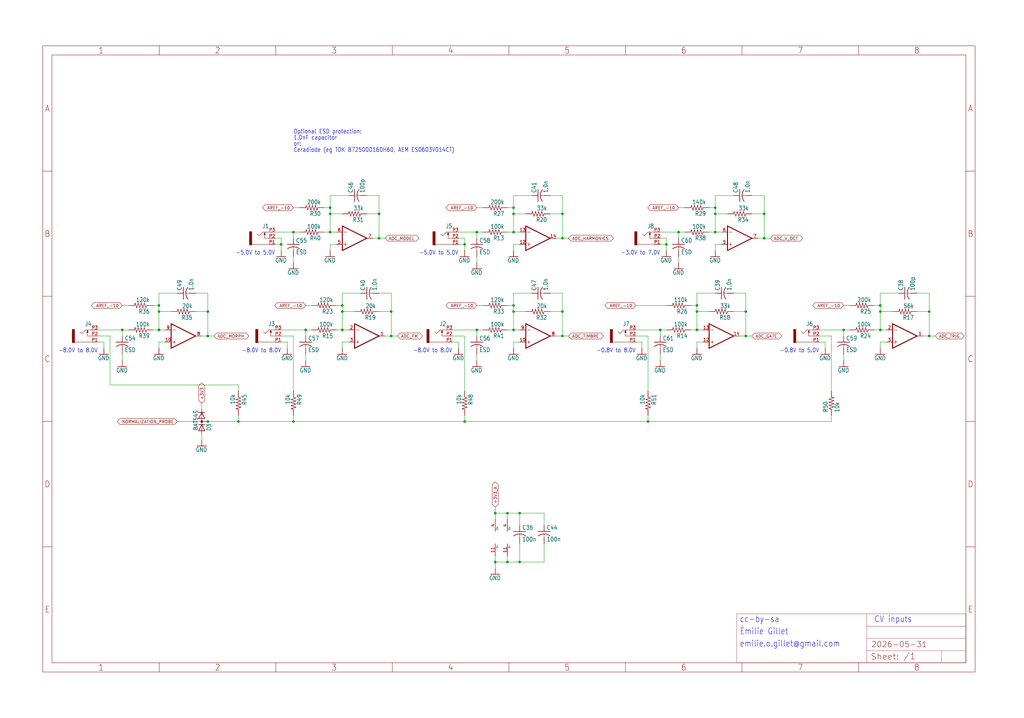
<source format=kicad_sch>
(kicad_sch (version 20230121) (generator eeschema)
  (paper "User" 425.45 298.45)
  (junction (at 213.36 129.54))
  (junction (at 213.36 137.16))
  (junction (at 213.36 127))
  (junction (at 162.56 139.7))
  (junction (at 215.9 233.68))
  (junction (at 157.48 99.06))
  (junction (at 233.68 129.54))
  (junction (at 210.82 233.68))
  (junction (at 142.24 127))
  (junction (at 86.36 175.26))
  (junction (at 66.04 137.16))
  (junction (at 137.16 88.9))
  (junction (at 289.56 127))
  (junction (at 276.86 101.6))
  (junction (at 137.16 86.36))
  (junction (at 233.68 139.7))
  (junction (at 50.8 137.16))
  (junction (at 281.94 96.52))
  (junction (at 309.88 139.7))
  (junction (at 137.16 96.52))
  (junction (at 233.68 99.06))
  (junction (at 157.48 88.9))
  (junction (at 386.08 129.54))
  (junction (at 121.92 96.52))
  (junction (at 297.18 96.52))
  (junction (at 193.04 175.26))
  (junction (at 99.06 175.26))
  (junction (at 86.36 139.7))
  (junction (at 213.36 86.36))
  (junction (at 121.92 175.26))
  (junction (at 365.76 129.54))
  (junction (at 142.24 137.16))
  (junction (at 350.52 137.16))
  (junction (at 213.36 88.9))
  (junction (at 289.56 137.16))
  (junction (at 210.82 213.36))
  (junction (at 162.56 129.54))
  (junction (at 215.9 213.36))
  (junction (at 365.76 137.16))
  (junction (at 86.36 129.54))
  (junction (at 317.5 99.06))
  (junction (at 66.04 129.54))
  (junction (at 213.36 96.52))
  (junction (at 127 137.16))
  (junction (at 309.88 129.54))
  (junction (at 233.68 88.9))
  (junction (at 289.56 129.54))
  (junction (at 116.84 101.6))
  (junction (at 386.08 139.7))
  (junction (at 142.24 129.54))
  (junction (at 269.24 175.26))
  (junction (at 297.18 88.9))
  (junction (at 205.74 233.68))
  (junction (at 365.76 127))
  (junction (at 193.04 101.6))
  (junction (at 297.18 86.36))
  (junction (at 317.5 88.9))
  (junction (at 198.12 96.52))
  (junction (at 274.32 137.16))
  (junction (at 198.12 137.16))
  (junction (at 205.74 213.36))
  (junction (at 66.04 127))
  (wire (pts (xy 162.56 129.54) (xy 162.56 139.7)) (stroke (width 0.1524)))
  (wire (pts (xy 317.5 88.9) (xy 317.5 99.06)) (stroke (width 0.1524)))
  (wire (pts (xy 198.12 99.06) (xy 198.12 96.52)) (stroke (width 0.1524)))
  (wire (pts (xy 317.5 99.06) (xy 314.96 99.06)) (stroke (width 0.1524)))
  (wire (pts (xy 228.6 129.54) (xy 233.68 129.54)) (stroke (width 0.1524)))
  (wire (pts (xy 317.5 81.28) (xy 317.5 88.9)) (stroke (width 0.1524)))
  (wire (pts (xy 289.56 142.24) (xy 289.56 144.78)) (stroke (width 0.1524)))
  (wire (pts (xy 312.42 88.9) (xy 317.5 88.9)) (stroke (width 0.1524)))
  (wire (pts (xy 386.08 139.7) (xy 388.62 139.7)) (stroke (width 0.1524)))
  (wire (pts (xy 213.36 96.52) (xy 215.9 96.52)) (stroke (width 0.1524)))
  (wire (pts (xy 274.32 137.16) (xy 274.32 139.7)) (stroke (width 0.1524)))
  (wire (pts (xy 365.76 129.54) (xy 365.76 137.16)) (stroke (width 0.1524)))
  (wire (pts (xy 121.92 99.06) (xy 121.92 96.52)) (stroke (width 0.1524)))
  (wire (pts (xy 304.8 121.92) (xy 309.88 121.92)) (stroke (width 0.1524)))
  (wire (pts (xy 287.02 127) (xy 289.56 127)) (stroke (width 0.1524)))
  (wire (pts (xy 274.32 137.16) (xy 276.86 137.16)) (stroke (width 0.1524)))
  (wire (pts (xy 86.36 139.7) (xy 88.9 139.7)) (stroke (width 0.1524)))
  (wire (pts (xy 342.9 142.24) (xy 342.9 144.78)) (stroke (width 0.1524)))
  (wire (pts (xy 350.52 147.32) (xy 350.52 149.86)) (stroke (width 0.1524)))
  (wire (pts (xy 233.68 99.06) (xy 231.14 99.06)) (stroke (width 0.1524)))
  (wire (pts (xy 210.82 96.52) (xy 213.36 96.52)) (stroke (width 0.1524)))
  (wire (pts (xy 281.94 106.68) (xy 281.94 109.22)) (stroke (width 0.1524)))
  (wire (pts (xy 66.04 127) (xy 66.04 129.54)) (stroke (width 0.1524)))
  (wire (pts (xy 157.48 99.06) (xy 160.02 99.06)) (stroke (width 0.1524)))
  (wire (pts (xy 187.96 142.24) (xy 190.5 142.24)) (stroke (width 0.1524)))
  (wire (pts (xy 386.08 129.54) (xy 386.08 139.7)) (stroke (width 0.1524)))
  (wire (pts (xy 213.36 129.54) (xy 213.36 137.16)) (stroke (width 0.1524)))
  (wire (pts (xy 198.12 137.16) (xy 198.12 139.7)) (stroke (width 0.1524)))
  (wire (pts (xy 66.04 137.16) (xy 68.58 137.16)) (stroke (width 0.1524)))
  (wire (pts (xy 43.18 142.24) (xy 43.18 144.78)) (stroke (width 0.1524)))
  (wire (pts (xy 210.82 231.14) (xy 210.82 233.68)) (stroke (width 0.1524)))
  (wire (pts (xy 134.62 96.52) (xy 137.16 96.52)) (stroke (width 0.1524)))
  (wire (pts (xy 142.24 129.54) (xy 142.24 137.16)) (stroke (width 0.1524)))
  (wire (pts (xy 287.02 137.16) (xy 289.56 137.16)) (stroke (width 0.1524)))
  (wire (pts (xy 193.04 99.06) (xy 193.04 101.6)) (stroke (width 0.1524)))
  (wire (pts (xy 365.76 142.24) (xy 365.76 144.78)) (stroke (width 0.1524)))
  (wire (pts (xy 294.64 86.36) (xy 297.18 86.36)) (stroke (width 0.1524)))
  (wire (pts (xy 139.7 101.6) (xy 137.16 101.6)) (stroke (width 0.1524)))
  (wire (pts (xy 264.16 142.24) (xy 266.7 142.24)) (stroke (width 0.1524)))
  (wire (pts (xy 264.16 139.7) (xy 269.24 139.7)) (stroke (width 0.1524)))
  (wire (pts (xy 276.86 101.6) (xy 276.86 104.14)) (stroke (width 0.1524)))
  (wire (pts (xy 210.82 137.16) (xy 213.36 137.16)) (stroke (width 0.1524)))
  (wire (pts (xy 142.24 127) (xy 142.24 129.54)) (stroke (width 0.1524)))
  (wire (pts (xy 345.44 172.72) (xy 345.44 175.26)) (stroke (width 0.1524)))
  (wire (pts (xy 228.6 81.28) (xy 233.68 81.28)) (stroke (width 0.1524)))
  (wire (pts (xy 144.78 81.28) (xy 137.16 81.28)) (stroke (width 0.1524)))
  (wire (pts (xy 45.72 160.02) (xy 99.06 160.02)) (stroke (width 0.1524)))
  (wire (pts (xy 312.42 81.28) (xy 317.5 81.28)) (stroke (width 0.1524)))
  (wire (pts (xy 297.18 96.52) (xy 299.72 96.52)) (stroke (width 0.1524)))
  (wire (pts (xy 99.06 172.72) (xy 99.06 175.26)) (stroke (width 0.1524)))
  (wire (pts (xy 213.36 127) (xy 213.36 129.54)) (stroke (width 0.1524)))
  (wire (pts (xy 281.94 96.52) (xy 284.48 96.52)) (stroke (width 0.1524)))
  (wire (pts (xy 233.68 139.7) (xy 231.14 139.7)) (stroke (width 0.1524)))
  (wire (pts (xy 274.32 147.32) (xy 274.32 149.86)) (stroke (width 0.1524)))
  (wire (pts (xy 137.16 101.6) (xy 137.16 104.14)) (stroke (width 0.1524)))
  (wire (pts (xy 162.56 139.7) (xy 160.02 139.7)) (stroke (width 0.1524)))
  (wire (pts (xy 157.48 88.9) (xy 157.48 99.06)) (stroke (width 0.1524)))
  (wire (pts (xy 210.82 213.36) (xy 215.9 213.36)) (stroke (width 0.1524)))
  (wire (pts (xy 309.88 139.7) (xy 307.34 139.7)) (stroke (width 0.1524)))
  (wire (pts (xy 228.6 121.92) (xy 233.68 121.92)) (stroke (width 0.1524)))
  (wire (pts (xy 289.56 129.54) (xy 289.56 137.16)) (stroke (width 0.1524)))
  (wire (pts (xy 213.36 121.92) (xy 213.36 127)) (stroke (width 0.1524)))
  (wire (pts (xy 309.88 129.54) (xy 309.88 139.7)) (stroke (width 0.1524)))
  (wire (pts (xy 205.74 215.9) (xy 205.74 213.36)) (stroke (width 0.1524)))
  (wire (pts (xy 157.48 99.06) (xy 154.94 99.06)) (stroke (width 0.1524)))
  (wire (pts (xy 83.82 180.34) (xy 83.82 182.88)) (stroke (width 0.1524)))
  (wire (pts (xy 63.5 127) (xy 66.04 127)) (stroke (width 0.1524)))
  (wire (pts (xy 205.74 213.36) (xy 210.82 213.36)) (stroke (width 0.1524)))
  (wire (pts (xy 116.84 142.24) (xy 119.38 142.24)) (stroke (width 0.1524)))
  (wire (pts (xy 193.04 175.26) (xy 193.04 172.72)) (stroke (width 0.1524)))
  (wire (pts (xy 284.48 86.36) (xy 281.94 86.36)) (stroke (width 0.1524)))
  (wire (pts (xy 281.94 99.06) (xy 281.94 96.52)) (stroke (width 0.1524)))
  (wire (pts (xy 274.32 99.06) (xy 276.86 99.06)) (stroke (width 0.1524)))
  (wire (pts (xy 353.06 127) (xy 350.52 127)) (stroke (width 0.1524)))
  (wire (pts (xy 276.86 127) (xy 264.16 127)) (stroke (width 0.1524)))
  (wire (pts (xy 220.98 121.92) (xy 213.36 121.92)) (stroke (width 0.1524)))
  (wire (pts (xy 129.54 127) (xy 127 127)) (stroke (width 0.1524)))
  (wire (pts (xy 264.16 137.16) (xy 274.32 137.16)) (stroke (width 0.1524)))
  (wire (pts (xy 116.84 137.16) (xy 127 137.16)) (stroke (width 0.1524)))
  (wire (pts (xy 213.36 142.24) (xy 213.36 144.78)) (stroke (width 0.1524)))
  (wire (pts (xy 198.12 96.52) (xy 200.66 96.52)) (stroke (width 0.1524)))
  (wire (pts (xy 289.56 121.92) (xy 289.56 127)) (stroke (width 0.1524)))
  (wire (pts (xy 121.92 106.68) (xy 121.92 109.22)) (stroke (width 0.1524)))
  (wire (pts (xy 233.68 81.28) (xy 233.68 88.9)) (stroke (width 0.1524)))
  (wire (pts (xy 121.92 175.26) (xy 193.04 175.26)) (stroke (width 0.1524)))
  (wire (pts (xy 340.36 142.24) (xy 342.9 142.24)) (stroke (width 0.1524)))
  (wire (pts (xy 200.66 86.36) (xy 198.12 86.36)) (stroke (width 0.1524)))
  (wire (pts (xy 190.5 101.6) (xy 193.04 101.6)) (stroke (width 0.1524)))
  (wire (pts (xy 71.12 129.54) (xy 66.04 129.54)) (stroke (width 0.1524)))
  (wire (pts (xy 83.82 170.18) (xy 83.82 167.64)) (stroke (width 0.1524)))
  (wire (pts (xy 121.92 175.26) (xy 99.06 175.26)) (stroke (width 0.1524)))
  (wire (pts (xy 198.12 147.32) (xy 198.12 149.86)) (stroke (width 0.1524)))
  (wire (pts (xy 205.74 213.36) (xy 205.74 210.82)) (stroke (width 0.1524)))
  (wire (pts (xy 152.4 88.9) (xy 157.48 88.9)) (stroke (width 0.1524)))
  (wire (pts (xy 276.86 99.06) (xy 276.86 101.6)) (stroke (width 0.1524)))
  (wire (pts (xy 233.68 139.7) (xy 236.22 139.7)) (stroke (width 0.1524)))
  (wire (pts (xy 317.5 99.06) (xy 320.04 99.06)) (stroke (width 0.1524)))
  (wire (pts (xy 274.32 101.6) (xy 276.86 101.6)) (stroke (width 0.1524)))
  (wire (pts (xy 139.7 127) (xy 142.24 127)) (stroke (width 0.1524)))
  (wire (pts (xy 134.62 86.36) (xy 137.16 86.36)) (stroke (width 0.1524)))
  (wire (pts (xy 368.3 142.24) (xy 365.76 142.24)) (stroke (width 0.1524)))
  (wire (pts (xy 350.52 137.16) (xy 350.52 139.7)) (stroke (width 0.1524)))
  (wire (pts (xy 137.16 88.9) (xy 137.16 96.52)) (stroke (width 0.1524)))
  (wire (pts (xy 215.9 213.36) (xy 226.06 213.36)) (stroke (width 0.1524)))
  (wire (pts (xy 86.36 129.54) (xy 86.36 139.7)) (stroke (width 0.1524)))
  (wire (pts (xy 53.34 127) (xy 50.8 127)) (stroke (width 0.1524)))
  (wire (pts (xy 121.92 172.72) (xy 121.92 175.26)) (stroke (width 0.1524)))
  (wire (pts (xy 269.24 175.26) (xy 269.24 172.72)) (stroke (width 0.1524)))
  (wire (pts (xy 63.5 137.16) (xy 66.04 137.16)) (stroke (width 0.1524)))
  (wire (pts (xy 218.44 129.54) (xy 213.36 129.54)) (stroke (width 0.1524)))
  (wire (pts (xy 309.88 139.7) (xy 312.42 139.7)) (stroke (width 0.1524)))
  (wire (pts (xy 40.64 142.24) (xy 43.18 142.24)) (stroke (width 0.1524)))
  (wire (pts (xy 294.64 96.52) (xy 297.18 96.52)) (stroke (width 0.1524)))
  (wire (pts (xy 116.84 99.06) (xy 116.84 101.6)) (stroke (width 0.1524)))
  (wire (pts (xy 304.8 129.54) (xy 309.88 129.54)) (stroke (width 0.1524)))
  (wire (pts (xy 124.46 86.36) (xy 121.92 86.36)) (stroke (width 0.1524)))
  (wire (pts (xy 50.8 137.16) (xy 53.34 137.16)) (stroke (width 0.1524)))
  (wire (pts (xy 345.44 175.26) (xy 269.24 175.26)) (stroke (width 0.1524)))
  (wire (pts (xy 363.22 127) (xy 365.76 127)) (stroke (width 0.1524)))
  (wire (pts (xy 340.36 139.7) (xy 345.44 139.7)) (stroke (width 0.1524)))
  (wire (pts (xy 86.36 121.92) (xy 86.36 129.54)) (stroke (width 0.1524)))
  (wire (pts (xy 304.8 81.28) (xy 297.18 81.28)) (stroke (width 0.1524)))
  (wire (pts (xy 233.68 121.92) (xy 233.68 129.54)) (stroke (width 0.1524)))
  (wire (pts (xy 157.48 121.92) (xy 162.56 121.92)) (stroke (width 0.1524)))
  (wire (pts (xy 309.88 121.92) (xy 309.88 129.54)) (stroke (width 0.1524)))
  (wire (pts (xy 193.04 139.7) (xy 193.04 162.56)) (stroke (width 0.1524)))
  (wire (pts (xy 302.26 88.9) (xy 297.18 88.9)) (stroke (width 0.1524)))
  (wire (pts (xy 114.3 101.6) (xy 116.84 101.6)) (stroke (width 0.1524)))
  (wire (pts (xy 297.18 86.36) (xy 297.18 88.9)) (stroke (width 0.1524)))
  (wire (pts (xy 66.04 121.92) (xy 66.04 127)) (stroke (width 0.1524)))
  (wire (pts (xy 40.64 139.7) (xy 45.72 139.7)) (stroke (width 0.1524)))
  (wire (pts (xy 226.06 213.36) (xy 226.06 218.44)) (stroke (width 0.1524)))
  (wire (pts (xy 215.9 213.36) (xy 215.9 218.44)) (stroke (width 0.1524)))
  (wire (pts (xy 365.76 127) (xy 365.76 129.54)) (stroke (width 0.1524)))
  (wire (pts (xy 383.54 139.7) (xy 386.08 139.7)) (stroke (width 0.1524)))
  (wire (pts (xy 147.32 129.54) (xy 142.24 129.54)) (stroke (width 0.1524)))
  (wire (pts (xy 297.18 121.92) (xy 289.56 121.92)) (stroke (width 0.1524)))
  (wire (pts (xy 213.36 101.6) (xy 213.36 104.14)) (stroke (width 0.1524)))
  (wire (pts (xy 193.04 101.6) (xy 193.04 104.14)) (stroke (width 0.1524)))
  (wire (pts (xy 205.74 233.68) (xy 210.82 233.68)) (stroke (width 0.1524)))
  (wire (pts (xy 190.5 96.52) (xy 198.12 96.52)) (stroke (width 0.1524)))
  (wire (pts (xy 193.04 175.26) (xy 269.24 175.26)) (stroke (width 0.1524)))
  (wire (pts (xy 86.36 175.26) (xy 73.66 175.26)) (stroke (width 0.1524)))
  (wire (pts (xy 226.06 233.68) (xy 226.06 226.06)) (stroke (width 0.1524)))
  (wire (pts (xy 68.58 142.24) (xy 66.04 142.24)) (stroke (width 0.1524)))
  (wire (pts (xy 50.8 139.7) (xy 50.8 137.16)) (stroke (width 0.1524)))
  (wire (pts (xy 215.9 142.24) (xy 213.36 142.24)) (stroke (width 0.1524)))
  (wire (pts (xy 121.92 139.7) (xy 121.92 162.56)) (stroke (width 0.1524)))
  (wire (pts (xy 215.9 233.68) (xy 215.9 226.06)) (stroke (width 0.1524)))
  (wire (pts (xy 198.12 106.68) (xy 198.12 109.22)) (stroke (width 0.1524)))
  (wire (pts (xy 213.36 81.28) (xy 213.36 86.36)) (stroke (width 0.1524)))
  (wire (pts (xy 142.24 121.92) (xy 142.24 127)) (stroke (width 0.1524)))
  (wire (pts (xy 142.24 88.9) (xy 137.16 88.9)) (stroke (width 0.1524)))
  (wire (pts (xy 127 147.32) (xy 127 149.86)) (stroke (width 0.1524)))
  (wire (pts (xy 142.24 137.16) (xy 144.78 137.16)) (stroke (width 0.1524)))
  (wire (pts (xy 119.38 142.24) (xy 119.38 144.78)) (stroke (width 0.1524)))
  (wire (pts (xy 187.96 137.16) (xy 198.12 137.16)) (stroke (width 0.1524)))
  (wire (pts (xy 142.24 142.24) (xy 142.24 144.78)) (stroke (width 0.1524)))
  (wire (pts (xy 210.82 86.36) (xy 213.36 86.36)) (stroke (width 0.1524)))
  (wire (pts (xy 210.82 233.68) (xy 215.9 233.68)) (stroke (width 0.1524)))
  (wire (pts (xy 228.6 88.9) (xy 233.68 88.9)) (stroke (width 0.1524)))
  (wire (pts (xy 127 137.16) (xy 129.54 137.16)) (stroke (width 0.1524)))
  (wire (pts (xy 289.56 127) (xy 289.56 129.54)) (stroke (width 0.1524)))
  (wire (pts (xy 190.5 142.24) (xy 190.5 144.78)) (stroke (width 0.1524)))
  (wire (pts (xy 365.76 137.16) (xy 368.3 137.16)) (stroke (width 0.1524)))
  (wire (pts (xy 266.7 142.24) (xy 266.7 144.78)) (stroke (width 0.1524)))
  (wire (pts (xy 40.64 137.16) (xy 50.8 137.16)) (stroke (width 0.1524)))
  (wire (pts (xy 210.82 127) (xy 213.36 127)) (stroke (width 0.1524)))
  (wire (pts (xy 340.36 137.16) (xy 350.52 137.16)) (stroke (width 0.1524)))
  (wire (pts (xy 114.3 99.06) (xy 116.84 99.06)) (stroke (width 0.1524)))
  (wire (pts (xy 86.36 175.26) (xy 99.06 175.26)) (stroke (width 0.1524)))
  (wire (pts (xy 233.68 129.54) (xy 233.68 139.7)) (stroke (width 0.1524)))
  (wire (pts (xy 149.86 121.92) (xy 142.24 121.92)) (stroke (width 0.1524)))
  (wire (pts (xy 299.72 101.6) (xy 297.18 101.6)) (stroke (width 0.1524)))
  (wire (pts (xy 289.56 137.16) (xy 292.1 137.16)) (stroke (width 0.1524)))
  (wire (pts (xy 274.32 96.52) (xy 281.94 96.52)) (stroke (width 0.1524)))
  (wire (pts (xy 381 129.54) (xy 386.08 129.54)) (stroke (width 0.1524)))
  (wire (pts (xy 370.84 129.54) (xy 365.76 129.54)) (stroke (width 0.1524)))
  (wire (pts (xy 99.06 160.02) (xy 99.06 162.56)) (stroke (width 0.1524)))
  (wire (pts (xy 205.74 233.68) (xy 205.74 236.22)) (stroke (width 0.1524)))
  (wire (pts (xy 363.22 137.16) (xy 365.76 137.16)) (stroke (width 0.1524)))
  (wire (pts (xy 162.56 121.92) (xy 162.56 129.54)) (stroke (width 0.1524)))
  (wire (pts (xy 66.04 129.54) (xy 66.04 137.16)) (stroke (width 0.1524)))
  (wire (pts (xy 139.7 137.16) (xy 142.24 137.16)) (stroke (width 0.1524)))
  (wire (pts (xy 157.48 129.54) (xy 162.56 129.54)) (stroke (width 0.1524)))
  (wire (pts (xy 157.48 81.28) (xy 157.48 88.9)) (stroke (width 0.1524)))
  (wire (pts (xy 218.44 88.9) (xy 213.36 88.9)) (stroke (width 0.1524)))
  (wire (pts (xy 233.68 99.06) (xy 236.22 99.06)) (stroke (width 0.1524)))
  (wire (pts (xy 297.18 101.6) (xy 297.18 104.14)) (stroke (width 0.1524)))
  (wire (pts (xy 200.66 137.16) (xy 198.12 137.16)) (stroke (width 0.1524)))
  (wire (pts (xy 220.98 81.28) (xy 213.36 81.28)) (stroke (width 0.1524)))
  (wire (pts (xy 373.38 121.92) (xy 365.76 121.92)) (stroke (width 0.1524)))
  (wire (pts (xy 215.9 233.68) (xy 226.06 233.68)) (stroke (width 0.1524)))
  (wire (pts (xy 127 139.7) (xy 127 137.16)) (stroke (width 0.1524)))
  (wire (pts (xy 213.36 86.36) (xy 213.36 88.9)) (stroke (width 0.1524)))
  (wire (pts (xy 162.56 139.7) (xy 165.1 139.7)) (stroke (width 0.1524)))
  (wire (pts (xy 190.5 99.06) (xy 193.04 99.06)) (stroke (width 0.1524)))
  (wire (pts (xy 213.36 137.16) (xy 215.9 137.16)) (stroke (width 0.1524)))
  (wire (pts (xy 213.36 88.9) (xy 213.36 96.52)) (stroke (width 0.1524)))
  (wire (pts (xy 297.18 81.28) (xy 297.18 86.36)) (stroke (width 0.1524)))
  (wire (pts (xy 144.78 142.24) (xy 142.24 142.24)) (stroke (width 0.1524)))
  (wire (pts (xy 50.8 147.32) (xy 50.8 149.86)) (stroke (width 0.1524)))
  (wire (pts (xy 215.9 101.6) (xy 213.36 101.6)) (stroke (width 0.1524)))
  (wire (pts (xy 81.28 121.92) (xy 86.36 121.92)) (stroke (width 0.1524)))
  (wire (pts (xy 81.28 129.54) (xy 86.36 129.54)) (stroke (width 0.1524)))
  (wire (pts (xy 200.66 127) (xy 198.12 127)) (stroke (width 0.1524)))
  (wire (pts (xy 381 121.92) (xy 386.08 121.92)) (stroke (width 0.1524)))
  (wire (pts (xy 386.08 121.92) (xy 386.08 129.54)) (stroke (width 0.1524)))
  (wire (pts (xy 116.84 139.7) (xy 121.92 139.7)) (stroke (width 0.1524)))
  (wire (pts (xy 294.64 129.54) (xy 289.56 129.54)) (stroke (width 0.1524)))
  (wire (pts (xy 297.18 88.9) (xy 297.18 96.52)) (stroke (width 0.1524)))
  (wire (pts (xy 292.1 142.24) (xy 289.56 142.24)) (stroke (width 0.1524)))
  (wire (pts (xy 137.16 86.36) (xy 137.16 88.9)) (stroke (width 0.1524)))
  (wire (pts (xy 365.76 121.92) (xy 365.76 127)) (stroke (width 0.1524)))
  (wire (pts (xy 45.72 139.7) (xy 45.72 160.02)) (stroke (width 0.1524)))
  (wire (pts (xy 86.36 139.7) (xy 83.82 139.7)) (stroke (width 0.1524)))
  (wire (pts (xy 66.04 142.24) (xy 66.04 144.78)) (stroke (width 0.1524)))
  (wire (pts (xy 137.16 96.52) (xy 139.7 96.52)) (stroke (width 0.1524)))
  (wire (pts (xy 152.4 81.28) (xy 157.48 81.28)) (stroke (width 0.1524)))
  (wire (pts (xy 187.96 139.7) (xy 193.04 139.7)) (stroke (width 0.1524)))
  (wire (pts (xy 210.82 215.9) (xy 210.82 213.36)) (stroke (width 0.1524)))
  (wire (pts (xy 116.84 101.6) (xy 116.84 104.14)) (stroke (width 0.1524)))
  (wire (pts (xy 233.68 88.9) (xy 233.68 99.06)) (stroke (width 0.1524)))
  (wire (pts (xy 205.74 231.14) (xy 205.74 233.68)) (stroke (width 0.1524)))
  (wire (pts (xy 137.16 81.28) (xy 137.16 86.36)) (stroke (width 0.1524)))
  (wire (pts (xy 73.66 121.92) (xy 66.04 121.92)) (stroke (width 0.1524)))
  (wire (pts (xy 269.24 139.7) (xy 269.24 162.56)) (stroke (width 0.1524)))
  (wire (pts (xy 350.52 137.16) (xy 353.06 137.16)) (stroke (width 0.1524)))
  (wire (pts (xy 121.92 96.52) (xy 124.46 96.52)) (stroke (width 0.1524)))
  (wire (pts (xy 345.44 139.7) (xy 345.44 162.56)) (stroke (width 0.1524)))
  (wire (pts (xy 114.3 96.52) (xy 121.92 96.52)) (stroke (width 0.1524)))
  (text "Émilie Gillet" (at 307.34 264.16 0) (effects (font (size 2.54 2.159)) (justify left bottom)))
  (text "-8.0V to 8.0V" (at 116.84 144.78 0) (effects (font (size 1.778 1.5113)) (justify right top)))
  (text "CV inputs" (at 363.22 259.08 0) (effects (font (size 2.54 2.159)) (justify left bottom)))
  (text "Optional ESD protection:" (at 121.92 55.88 0) (effects (font (size 1.778 1.5113)) (justify left bottom)))
  (text "or:" (at 121.92 60.96 0) (effects (font (size 1.778 1.5113)) (justify left bottom)))
  (text "emilie.o.gillet@gmail.com" (at 307.34 269.24 0) (effects (font (size 2.54 2.159)) (justify left bottom)))
  (text "cc-by-sa" (at 307.34 259.08 0) (effects (font (size 2.54 2.159)) (justify left bottom)))
  (text "-5.0V to 5.0V" (at 190.5 104.14 0) (effects (font (size 1.778 1.5113)) (justify right top)))
  (text "-3.0V to 7.0V" (at 274.32 104.14 0) (effects (font (size 1.778 1.5113)) (justify right top)))
  (text "Ceradiode (eg TDK B72500D160H60, AEM ES0603V014CT)" (at 121.92 63.5 0) (effects (font (size 1.778 1.5113)) (justify left bottom)))
  (text "-0.8V to 5.0V" (at 340.36 144.78 0) (effects (font (size 1.778 1.5113)) (justify right top)))
  (text "-8.0V to 8.0V" (at 40.64 144.78 0) (effects (font (size 1.778 1.5113)) (justify right top)))
  (text "1.0nF capacitor" (at 121.92 58.42 0) (effects (font (size 1.778 1.5113)) (justify left bottom)))
  (text "-5.0V to 5.0V" (at 114.3 104.14 0) (effects (font (size 1.778 1.5113)) (justify right top)))
  (text "-0.8V to 8.0V" (at 264.16 144.78 0) (effects (font (size 1.778 1.5113)) (justify right top)))
  (text "-8.0V to 8.0V" (at 187.96 144.78 0) (effects (font (size 1.778 1.5113)) (justify right top)))
  (global_label "NORMALIZATION_PROBE" (shape bidirectional) (at 73.66 175.26 180) (effects (font (size 1.2446 1.2446))) (property "Intersheetrefs" "${INTERSHEET_REFS}" (effects hide)))
  (global_label "ADC_V_OCT" (shape bidirectional) (at 320.04 99.06 0) (effects (font (size 1.2446 1.2446))) (property "Intersheetrefs" "${INTERSHEET_REFS}" (effects hide)))
  (global_label "AREF_-10" (shape bidirectional) (at 121.92 86.36 180) (effects (font (size 1.2446 1.2446))) (property "Intersheetrefs" "${INTERSHEET_REFS}" (effects hide)))
  (global_label "AREF_-10" (shape bidirectional) (at 127 127 180) (effects (font (size 1.2446 1.2446))) (property "Intersheetrefs" "${INTERSHEET_REFS}" (effects hide)))
  (global_label "AREF_-10" (shape bidirectional) (at 198.12 86.36 180) (effects (font (size 1.2446 1.2446))) (property "Intersheetrefs" "${INTERSHEET_REFS}" (effects hide)))
  (global_label "AREF_-10" (shape bidirectional) (at 350.52 127 180) (effects (font (size 1.2446 1.2446))) (property "Intersheetrefs" "${INTERSHEET_REFS}" (effects hide)))
  (global_label "+3V3_A" (shape bidirectional) (at 205.74 210.82 90) (effects (font (size 1.2446 1.2446))) (property "Intersheetrefs" "${INTERSHEET_REFS}" (effects hide)))
  (global_label "ADC_TRIG" (shape bidirectional) (at 388.62 139.7 0) (effects (font (size 1.2446 1.2446))) (property "Intersheetrefs" "${INTERSHEET_REFS}" (effects hide)))
  (global_label "ADC_GATE" (shape bidirectional) (at 312.42 139.7 0) (effects (font (size 1.2446 1.2446))) (property "Intersheetrefs" "${INTERSHEET_REFS}" (effects hide)))
  (global_label "ADC_TIMBRE" (shape bidirectional) (at 236.22 139.7 0) (effects (font (size 1.2446 1.2446))) (property "Intersheetrefs" "${INTERSHEET_REFS}" (effects hide)))
  (global_label "AREF_-10" (shape bidirectional) (at 264.16 127 180) (effects (font (size 1.2446 1.2446))) (property "Intersheetrefs" "${INTERSHEET_REFS}" (effects hide)))
  (global_label "AREF_-10" (shape bidirectional) (at 50.8 127 180) (effects (font (size 1.2446 1.2446))) (property "Intersheetrefs" "${INTERSHEET_REFS}" (effects hide)))
  (global_label "+3V3" (shape bidirectional) (at 83.82 167.64 90) (effects (font (size 1.2446 1.2446))) (property "Intersheetrefs" "${INTERSHEET_REFS}" (effects hide)))
  (global_label "ADC_MORPH" (shape bidirectional) (at 88.9 139.7 0) (effects (font (size 1.2446 1.2446))) (property "Intersheetrefs" "${INTERSHEET_REFS}" (effects hide)))
  (global_label "ADC_HARMONICS" (shape bidirectional) (at 236.22 99.06 0) (effects (font (size 1.2446 1.2446))) (property "Intersheetrefs" "${INTERSHEET_REFS}" (effects hide)))
  (global_label "ADC_FM" (shape bidirectional) (at 165.1 139.7 0) (effects (font (size 1.2446 1.2446))) (property "Intersheetrefs" "${INTERSHEET_REFS}" (effects hide)))
  (global_label "AREF_-10" (shape bidirectional) (at 198.12 127 180) (effects (font (size 1.2446 1.2446))) (property "Intersheetrefs" "${INTERSHEET_REFS}" (effects hide)))
  (global_label "AREF_-10" (shape bidirectional) (at 281.94 86.36 180) (effects (font (size 1.2446 1.2446))) (property "Intersheetrefs" "${INTERSHEET_REFS}" (effects hide)))
  (global_label "ADC_MODEL" (shape bidirectional) (at 160.02 99.06 0) (effects (font (size 1.2446 1.2446))) (property "Intersheetrefs" "${INTERSHEET_REFS}" (effects hide)))
  (symbol (lib_id "plaits_v50-eagle-import:A3L-LOC") (at 17.78 279.4 0) (unit 1)
    (property "Reference" "#FRAME5" (effects hide))
    (property "Value" "A3L-LOC" (effects hide))
  )
  (symbol (lib_id "plaits_v50-eagle-import:R-US_R0402") (at 289.56 86.36 180) (unit 1)
    (property "Reference" "R29" (at 293.37 87.8586 0) (effects (font (size 1.778 1.5113)) (justify left bottom)))
    (property "Value" "140k" (at 293.37 83.058 0) (effects (font (size 1.778 1.5113)) (justify left bottom)))
    (property "Footprint" "plaits_v50:R0402" (effects hide))
  )
  (symbol (lib_id "plaits_v50-eagle-import:PJ301_THONKICONN6") (at 269.24 99.06 0) (mirror y) (unit 1)
    (property "Reference" "J8" (at 271.78 94.996 0) (effects (font (size 1.778 1.5113)) (justify left bottom)))
    (property "Value" "PJ301_THONKICONN6" (effects hide))
    (property "Footprint" "plaits_v50:WQP_PJ_301M6" (effects hide))
  )
  (symbol (lib_id "plaits_v50-eagle-import:TL074PW") (at 147.32 99.06 0) (mirror x) (unit 2)
    (property "Reference" "IC6" (effects hide))
    (property "Value" "TL074PW" (effects hide))
    (property "Footprint" "plaits_v50:TSSOP14_065" (effects hide))
  )
  (symbol (lib_id "plaits_v50-eagle-import:GND") (at 213.36 106.68 0) (unit 1)
    (property "Reference" "#GND40" (effects hide))
    (property "Value" "GND" (at 210.82 109.22 0) (effects (font (size 1.778 1.5113)) (justify left bottom)))
  )
  (symbol (lib_id "plaits_v50-eagle-import:R-US_R0402") (at 223.52 88.9 180) (unit 1)
    (property "Reference" "R20" (at 227.33 90.3986 0) (effects (font (size 1.778 1.5113)) (justify left bottom)))
    (property "Value" "33k" (at 227.33 85.598 0) (effects (font (size 1.778 1.5113)) (justify left bottom)))
    (property "Footprint" "plaits_v50:R0402" (effects hide))
  )
  (symbol (lib_id "plaits_v50-eagle-import:C-USC0402") (at 76.2 121.92 90) (unit 1)
    (property "Reference" "C49" (at 75.565 120.904 0) (effects (font (size 1.778 1.5113)) (justify left bottom)))
    (property "Value" "1.0n" (at 80.391 120.904 0) (effects (font (size 1.778 1.5113)) (justify left bottom)))
    (property "Footprint" "plaits_v50:C0402" (effects hide))
  )
  (symbol (lib_id "plaits_v50-eagle-import:C-USC0402") (at 215.9 220.98 0) (unit 1)
    (property "Reference" "C36" (at 216.916 220.345 0) (effects (font (size 1.778 1.5113)) (justify left bottom)))
    (property "Value" "100n" (at 216.916 225.171 0) (effects (font (size 1.778 1.5113)) (justify left bottom)))
    (property "Footprint" "plaits_v50:C0402" (effects hide))
  )
  (symbol (lib_id "plaits_v50-eagle-import:C-USC0603") (at 274.32 142.24 0) (unit 1)
    (property "Reference" "C61" (at 275.336 141.605 0) (effects (font (size 1.778 1.5113)) (justify left bottom)))
    (property "Value" "ESD" (at 275.336 146.431 0) (effects (font (size 1.778 1.5113)) (justify left bottom)))
    (property "Footprint" "plaits_v50:C0603" (effects hide))
  )
  (symbol (lib_id "plaits_v50-eagle-import:GND") (at 193.04 106.68 0) (unit 1)
    (property "Reference" "#GND38" (effects hide))
    (property "Value" "GND" (at 190.5 109.22 0) (effects (font (size 1.778 1.5113)) (justify left bottom)))
  )
  (symbol (lib_id "plaits_v50-eagle-import:GND") (at 266.7 147.32 0) (unit 1)
    (property "Reference" "#GND51" (effects hide))
    (property "Value" "GND" (at 264.16 149.86 0) (effects (font (size 1.778 1.5113)) (justify left bottom)))
  )
  (symbol (lib_id "plaits_v50-eagle-import:GND") (at 66.04 147.32 0) (unit 1)
    (property "Reference" "#GND31" (effects hide))
    (property "Value" "GND" (at 63.5 149.86 0) (effects (font (size 1.778 1.5113)) (justify left bottom)))
  )
  (symbol (lib_id "plaits_v50-eagle-import:GND") (at 43.18 147.32 0) (unit 1)
    (property "Reference" "#GND30" (effects hide))
    (property "Value" "GND" (at 40.64 149.86 0) (effects (font (size 1.778 1.5113)) (justify left bottom)))
  )
  (symbol (lib_id "plaits_v50-eagle-import:PJ301_THONKICONN6") (at 185.42 99.06 0) (mirror y) (unit 1)
    (property "Reference" "J5" (at 187.96 94.996 0) (effects (font (size 1.778 1.5113)) (justify left bottom)))
    (property "Value" "PJ301_THONKICONN6" (effects hide))
    (property "Footprint" "plaits_v50:WQP_PJ_301M6" (effects hide))
  )
  (symbol (lib_id "plaits_v50-eagle-import:R-US_R0402") (at 99.06 167.64 270) (unit 1)
    (property "Reference" "R45" (at 100.5586 163.83 0) (effects (font (size 1.778 1.5113)) (justify left bottom)))
    (property "Value" "10k" (at 95.758 163.83 0) (effects (font (size 1.778 1.5113)) (justify left bottom)))
    (property "Footprint" "plaits_v50:R0402" (effects hide))
  )
  (symbol (lib_id "plaits_v50-eagle-import:R-US_R0402") (at 152.4 129.54 180) (unit 1)
    (property "Reference" "R19" (at 156.21 131.0386 0) (effects (font (size 1.778 1.5113)) (justify left bottom)))
    (property "Value" "20k" (at 156.21 126.238 0) (effects (font (size 1.778 1.5113)) (justify left bottom)))
    (property "Footprint" "plaits_v50:R0402" (effects hide))
  )
  (symbol (lib_id "plaits_v50-eagle-import:C-USC0402") (at 299.72 121.92 90) (unit 1)
    (property "Reference" "C39" (at 299.085 120.904 0) (effects (font (size 1.778 1.5113)) (justify left bottom)))
    (property "Value" "1.0n" (at 303.911 120.904 0) (effects (font (size 1.778 1.5113)) (justify left bottom)))
    (property "Footprint" "plaits_v50:C0402" (effects hide))
  )
  (symbol (lib_id "plaits_v50-eagle-import:R-US_R0402") (at 205.74 127 180) (unit 1)
    (property "Reference" "R33" (at 209.55 128.4986 0) (effects (font (size 1.778 1.5113)) (justify left bottom)))
    (property "Value" "120k" (at 209.55 123.698 0) (effects (font (size 1.778 1.5113)) (justify left bottom)))
    (property "Footprint" "plaits_v50:R0402" (effects hide))
  )
  (symbol (lib_id "plaits_v50-eagle-import:GND") (at 289.56 147.32 0) (unit 1)
    (property "Reference" "#GND26" (effects hide))
    (property "Value" "GND" (at 287.02 149.86 0) (effects (font (size 1.778 1.5113)) (justify left bottom)))
  )
  (symbol (lib_id "plaits_v50-eagle-import:C-USC0402") (at 375.92 121.92 90) (unit 1)
    (property "Reference" "C38" (at 375.285 120.904 0) (effects (font (size 1.778 1.5113)) (justify left bottom)))
    (property "Value" "100p" (at 380.111 120.904 0) (effects (font (size 1.778 1.5113)) (justify left bottom)))
    (property "Footprint" "plaits_v50:C0402" (effects hide))
  )
  (symbol (lib_id "plaits_v50-eagle-import:R-US_R0402") (at 205.74 137.16 180) (unit 1)
    (property "Reference" "R41" (at 209.55 138.6586 0) (effects (font (size 1.778 1.5113)) (justify left bottom)))
    (property "Value" "100k" (at 209.55 133.858 0) (effects (font (size 1.778 1.5113)) (justify left bottom)))
    (property "Footprint" "plaits_v50:R0402" (effects hide))
  )
  (symbol (lib_id "plaits_v50-eagle-import:PJ301_THONKICONN6") (at 259.08 139.7 0) (mirror y) (unit 1)
    (property "Reference" "J7" (at 261.62 135.636 0) (effects (font (size 1.778 1.5113)) (justify left bottom)))
    (property "Value" "PJ301_THONKICONN6" (effects hide))
    (property "Footprint" "plaits_v50:WQP_PJ_301M6" (effects hide))
  )
  (symbol (lib_id "plaits_v50-eagle-import:GND") (at 276.86 106.68 0) (unit 1)
    (property "Reference" "#GND28" (effects hide))
    (property "Value" "GND" (at 274.32 109.22 0) (effects (font (size 1.778 1.5113)) (justify left bottom)))
  )
  (symbol (lib_id "plaits_v50-eagle-import:R-US_R0402") (at 281.94 137.16 180) (unit 1)
    (property "Reference" "R14" (at 285.75 138.6586 0) (effects (font (size 1.778 1.5113)) (justify left bottom)))
    (property "Value" "100k" (at 285.75 133.858 0) (effects (font (size 1.778 1.5113)) (justify left bottom)))
    (property "Footprint" "plaits_v50:R0402" (effects hide))
  )
  (symbol (lib_id "plaits_v50-eagle-import:PJ301_THONKICONN6") (at 335.28 139.7 0) (mirror y) (unit 1)
    (property "Reference" "J6" (at 337.82 135.636 0) (effects (font (size 1.778 1.5113)) (justify left bottom)))
    (property "Value" "PJ301_THONKICONN6" (effects hide))
    (property "Footprint" "plaits_v50:WQP_PJ_301M6" (effects hide))
  )
  (symbol (lib_id "plaits_v50-eagle-import:R-US_R0402") (at 76.2 129.54 180) (unit 1)
    (property "Reference" "R35" (at 80.01 131.0386 0) (effects (font (size 1.778 1.5113)) (justify left bottom)))
    (property "Value" "20k" (at 80.01 126.238 0) (effects (font (size 1.778 1.5113)) (justify left bottom)))
    (property "Footprint" "plaits_v50:R0402" (effects hide))
  )
  (symbol (lib_id "plaits_v50-eagle-import:PJ301_THONKICONN6") (at 111.76 139.7 0) (mirror y) (unit 1)
    (property "Reference" "J3" (at 114.3 135.636 0) (effects (font (size 1.778 1.5113)) (justify left bottom)))
    (property "Value" "PJ301_THONKICONN6" (effects hide))
    (property "Footprint" "plaits_v50:WQP_PJ_301M6" (effects hide))
  )
  (symbol (lib_id "plaits_v50-eagle-import:R-US_R0402") (at 129.54 86.36 180) (unit 1)
    (property "Reference" "R30" (at 133.35 87.8586 0) (effects (font (size 1.778 1.5113)) (justify left bottom)))
    (property "Value" "200k" (at 133.35 83.058 0) (effects (font (size 1.778 1.5113)) (justify left bottom)))
    (property "Footprint" "plaits_v50:R0402" (effects hide))
  )
  (symbol (lib_id "plaits_v50-eagle-import:C-USC0603") (at 281.94 101.6 0) (unit 1)
    (property "Reference" "C60" (at 282.956 100.965 0) (effects (font (size 1.778 1.5113)) (justify left bottom)))
    (property "Value" "ESD" (at 282.956 105.791 0) (effects (font (size 1.778 1.5113)) (justify left bottom)))
    (property "Footprint" "plaits_v50:C0603" (effects hide))
  )
  (symbol (lib_id "plaits_v50-eagle-import:TL074PW") (at 307.34 99.06 0) (mirror x) (unit 2)
    (property "Reference" "IC7" (effects hide))
    (property "Value" "TL074PW" (effects hide))
    (property "Footprint" "plaits_v50:TSSOP14_065" (effects hide))
  )
  (symbol (lib_id "plaits_v50-eagle-import:GND") (at 213.36 147.32 0) (unit 1)
    (property "Reference" "#GND37" (effects hide))
    (property "Value" "GND" (at 210.82 149.86 0) (effects (font (size 1.778 1.5113)) (justify left bottom)))
  )
  (symbol (lib_id "plaits_v50-eagle-import:C-USC0603") (at 121.92 101.6 0) (unit 1)
    (property "Reference" "C55" (at 122.936 100.965 0) (effects (font (size 1.778 1.5113)) (justify left bottom)))
    (property "Value" "ESD" (at 122.936 105.791 0) (effects (font (size 1.778 1.5113)) (justify left bottom)))
    (property "Footprint" "plaits_v50:C0603" (effects hide))
  )
  (symbol (lib_id "plaits_v50-eagle-import:GND") (at 274.32 152.4 0) (unit 1)
    (property "Reference" "#GND78" (effects hide))
    (property "Value" "GND" (at 271.78 154.94 0) (effects (font (size 1.778 1.5113)) (justify left bottom)))
  )
  (symbol (lib_id "plaits_v50-eagle-import:C-USC0402") (at 226.06 220.98 0) (unit 1)
    (property "Reference" "C44" (at 227.076 220.345 0) (effects (font (size 1.778 1.5113)) (justify left bottom)))
    (property "Value" "100n" (at 227.076 225.171 0) (effects (font (size 1.778 1.5113)) (justify left bottom)))
    (property "Footprint" "plaits_v50:C0402" (effects hide))
  )
  (symbol (lib_id "plaits_v50-eagle-import:C-USC0603") (at 350.52 142.24 0) (unit 1)
    (property "Reference" "C59" (at 351.536 141.605 0) (effects (font (size 1.778 1.5113)) (justify left bottom)))
    (property "Value" "ESD" (at 351.536 146.431 0) (effects (font (size 1.778 1.5113)) (justify left bottom)))
    (property "Footprint" "plaits_v50:C0603" (effects hide))
  )
  (symbol (lib_id "plaits_v50-eagle-import:TL074PW") (at 375.92 139.7 0) (mirror x) (unit 1)
    (property "Reference" "IC6" (effects hide))
    (property "Value" "TL074PW" (effects hide))
    (property "Footprint" "plaits_v50:TSSOP14_065" (effects hide))
  )
  (symbol (lib_id "plaits_v50-eagle-import:C-USC0603") (at 198.12 142.24 0) (unit 1)
    (property "Reference" "C56" (at 199.136 141.605 0) (effects (font (size 1.778 1.5113)) (justify left bottom)))
    (property "Value" "ESD" (at 199.136 146.431 0) (effects (font (size 1.778 1.5113)) (justify left bottom)))
    (property "Footprint" "plaits_v50:C0603" (effects hide))
  )
  (symbol (lib_id "plaits_v50-eagle-import:GND") (at 127 152.4 0) (unit 1)
    (property "Reference" "#GND76" (effects hide))
    (property "Value" "GND" (at 124.46 154.94 0) (effects (font (size 1.778 1.5113)) (justify left bottom)))
  )
  (symbol (lib_id "plaits_v50-eagle-import:R-US_R0402") (at 358.14 127 180) (unit 1)
    (property "Reference" "R25" (at 361.95 128.4986 0) (effects (font (size 1.778 1.5113)) (justify left bottom)))
    (property "Value" "200k" (at 361.95 123.698 0) (effects (font (size 1.778 1.5113)) (justify left bottom)))
    (property "Footprint" "plaits_v50:R0402" (effects hide))
  )
  (symbol (lib_id "plaits_v50-eagle-import:GND") (at 142.24 147.32 0) (unit 1)
    (property "Reference" "#GND33" (effects hide))
    (property "Value" "GND" (at 139.7 149.86 0) (effects (font (size 1.778 1.5113)) (justify left bottom)))
  )
  (symbol (lib_id "plaits_v50-eagle-import:GND") (at 137.16 106.68 0) (unit 1)
    (property "Reference" "#GND35" (effects hide))
    (property "Value" "GND" (at 134.62 109.22 0) (effects (font (size 1.778 1.5113)) (justify left bottom)))
  )
  (symbol (lib_id "plaits_v50-eagle-import:R-US_R0402") (at 358.14 137.16 180) (unit 1)
    (property "Reference" "R24" (at 361.95 138.6586 0) (effects (font (size 1.778 1.5113)) (justify left bottom)))
    (property "Value" "100k" (at 361.95 133.858 0) (effects (font (size 1.778 1.5113)) (justify left bottom)))
    (property "Footprint" "plaits_v50:R0402" (effects hide))
  )
  (symbol (lib_id "plaits_v50-eagle-import:R-US_R0402") (at 345.44 167.64 90) (unit 1)
    (property "Reference" "R50" (at 343.9414 171.45 0) (effects (font (size 1.778 1.5113)) (justify left bottom)))
    (property "Value" "10k" (at 348.742 171.45 0) (effects (font (size 1.778 1.5113)) (justify left bottom)))
    (property "Footprint" "plaits_v50:R0402" (effects hide))
  )
  (symbol (lib_id "plaits_v50-eagle-import:PJ301_THONKICONN6") (at 182.88 139.7 0) (mirror y) (unit 1)
    (property "Reference" "J2" (at 185.42 135.636 0) (effects (font (size 1.778 1.5113)) (justify left bottom)))
    (property "Value" "PJ301_THONKICONN6" (effects hide))
    (property "Footprint" "plaits_v50:WQP_PJ_301M6" (effects hide))
  )
  (symbol (lib_id "plaits_v50-eagle-import:GND") (at 83.82 185.42 0) (unit 1)
    (property "Reference" "#GND83" (effects hide))
    (property "Value" "GND" (at 81.28 187.96 0) (effects (font (size 1.778 1.5113)) (justify left bottom)))
  )
  (symbol (lib_id "plaits_v50-eagle-import:GND") (at 205.74 238.76 0) (unit 1)
    (property "Reference" "#GND84" (effects hide))
    (property "Value" "GND" (at 203.2 241.3 0) (effects (font (size 1.778 1.5113)) (justify left bottom)))
  )
  (symbol (lib_id "plaits_v50-eagle-import:C-USC0402") (at 223.52 81.28 90) (unit 1)
    (property "Reference" "C41" (at 222.885 80.264 0) (effects (font (size 1.778 1.5113)) (justify left bottom)))
    (property "Value" "1.0n" (at 227.711 80.264 0) (effects (font (size 1.778 1.5113)) (justify left bottom)))
    (property "Footprint" "plaits_v50:C0402" (effects hide))
  )
  (symbol (lib_id "plaits_v50-eagle-import:GND") (at 198.12 111.76 0) (unit 1)
    (property "Reference" "#GND41" (effects hide))
    (property "Value" "GND" (at 195.58 114.3 0) (effects (font (size 1.778 1.5113)) (justify left bottom)))
  )
  (symbol (lib_id "plaits_v50-eagle-import:GND") (at 281.94 111.76 0) (unit 1)
    (property "Reference" "#GND74" (effects hide))
    (property "Value" "GND" (at 279.4 114.3 0) (effects (font (size 1.778 1.5113)) (justify left bottom)))
  )
  (symbol (lib_id "plaits_v50-eagle-import:R-US_R0402") (at 58.42 127 180) (unit 1)
    (property "Reference" "R36" (at 62.23 128.4986 0) (effects (font (size 1.778 1.5113)) (justify left bottom)))
    (property "Value" "120k" (at 62.23 123.698 0) (effects (font (size 1.778 1.5113)) (justify left bottom)))
    (property "Footprint" "plaits_v50:R0402" (effects hide))
  )
  (symbol (lib_id "plaits_v50-eagle-import:GND") (at 119.38 147.32 0) (unit 1)
    (property "Reference" "#GND32" (effects hide))
    (property "Value" "GND" (at 116.84 149.86 0) (effects (font (size 1.778 1.5113)) (justify left bottom)))
  )
  (symbol (lib_id "plaits_v50-eagle-import:R-US_R0402") (at 375.92 129.54 180) (unit 1)
    (property "Reference" "R17" (at 379.73 131.0386 0) (effects (font (size 1.778 1.5113)) (justify left bottom)))
    (property "Value" "56k" (at 379.73 126.238 0) (effects (font (size 1.778 1.5113)) (justify left bottom)))
    (property "Footprint" "plaits_v50:R0402" (effects hide))
  )
  (symbol (lib_id "plaits_v50-eagle-import:PJ301_THONKICONN6") (at 35.56 139.7 0) (mirror y) (unit 1)
    (property "Reference" "J4" (at 38.1 135.636 0) (effects (font (size 1.778 1.5113)) (justify left bottom)))
    (property "Value" "PJ301_THONKICONN6" (effects hide))
    (property "Footprint" "plaits_v50:WQP_PJ_301M6" (effects hide))
  )
  (symbol (lib_id "plaits_v50-eagle-import:C-USC0402") (at 307.34 81.28 90) (unit 1)
    (property "Reference" "C48" (at 306.705 80.264 0) (effects (font (size 1.778 1.5113)) (justify left bottom)))
    (property "Value" "1.0n" (at 311.531 80.264 0) (effects (font (size 1.778 1.5113)) (justify left bottom)))
    (property "Footprint" "plaits_v50:C0402" (effects hide))
  )
  (symbol (lib_id "plaits_v50-eagle-import:R-US_R0402") (at 223.52 129.54 180) (unit 1)
    (property "Reference" "R32" (at 227.33 131.0386 0) (effects (font (size 1.778 1.5113)) (justify left bottom)))
    (property "Value" "20k" (at 227.33 126.238 0) (effects (font (size 1.778 1.5113)) (justify left bottom)))
    (property "Footprint" "plaits_v50:R0402" (effects hide))
  )
  (symbol (lib_id "plaits_v50-eagle-import:GND") (at 198.12 152.4 0) (unit 1)
    (property "Reference" "#GND77" (effects hide))
    (property "Value" "GND" (at 195.58 154.94 0) (effects (font (size 1.778 1.5113)) (justify left bottom)))
  )
  (symbol (lib_id "plaits_v50-eagle-import:C-USC0603") (at 198.12 101.6 0) (unit 1)
    (property "Reference" "C58" (at 199.136 100.965 0) (effects (font (size 1.778 1.5113)) (justify left bottom)))
    (property "Value" "ESD" (at 199.136 105.791 0) (effects (font (size 1.778 1.5113)) (justify left bottom)))
    (property "Footprint" "plaits_v50:C0603" (effects hide))
  )
  (symbol (lib_id "plaits_v50-eagle-import:GND") (at 342.9 147.32 0) (unit 1)
    (property "Reference" "#GND15" (effects hide))
    (property "Value" "GND" (at 340.36 149.86 0) (effects (font (size 1.778 1.5113)) (justify left bottom)))
  )
  (symbol (lib_id "plaits_v50-eagle-import:TL074PW") (at 152.4 139.7 0) (mirror x) (unit 1)
    (property "Reference" "IC7" (effects hide))
    (property "Value" "TL074PW" (effects hide))
    (property "Footprint" "plaits_v50:TSSOP14_065" (effects hide))
  )
  (symbol (lib_id "plaits_v50-eagle-import:GND") (at 116.84 106.68 0) (unit 1)
    (property "Reference" "#GND34" (effects hide))
    (property "Value" "GND" (at 114.3 109.22 0) (effects (font (size 1.778 1.5113)) (justify left bottom)))
  )
  (symbol (lib_id "plaits_v50-eagle-import:TL074PW") (at 299.72 139.7 0) (mirror x) (unit 4)
    (property "Reference" "IC6" (effects hide))
    (property "Value" "TL074PW" (effects hide))
    (property "Footprint" "plaits_v50:TSSOP14_065" (effects hide))
  )
  (symbol (lib_id "plaits_v50-eagle-import:GND") (at 297.18 106.68 0) (unit 1)
    (property "Reference" "#GND29" (effects hide))
    (property "Value" "GND" (at 294.64 109.22 0) (effects (font (size 1.778 1.5113)) (justify left bottom)))
  )
  (symbol (lib_id "plaits_v50-eagle-import:R-US_R0402") (at 147.32 88.9 180) (unit 1)
    (property "Reference" "R31" (at 151.13 90.3986 0) (effects (font (size 1.778 1.5113)) (justify left bottom)))
    (property "Value" "33k" (at 151.13 85.598 0) (effects (font (size 1.778 1.5113)) (justify left bottom)))
    (property "Footprint" "plaits_v50:R0402" (effects hide))
  )
  (symbol (lib_id "plaits_v50-eagle-import:GND") (at 121.92 111.76 0) (unit 1)
    (property "Reference" "#GND17" (effects hide))
    (property "Value" "GND" (at 119.38 114.3 0) (effects (font (size 1.778 1.5113)) (justify left bottom)))
  )
  (symbol (lib_id "plaits_v50-eagle-import:TL074PW") (at 205.74 223.52 0) (unit 5)
    (property "Reference" "IC7" (effects hide))
    (property "Value" "TL074PW" (effects hide))
    (property "Footprint" "plaits_v50:TSSOP14_065" (effects hide))
  )
  (symbol (lib_id "plaits_v50-eagle-import:C-USC0603") (at 127 142.24 0) (unit 1)
    (property "Reference" "C57" (at 128.016 141.605 0) (effects (font (size 1.778 1.5113)) (justify left bottom)))
    (property "Value" "ESD" (at 128.016 146.431 0) (effects (font (size 1.778 1.5113)) (justify left bottom)))
    (property "Footprint" "plaits_v50:C0603" (effects hide))
  )
  (symbol (lib_id "plaits_v50-eagle-import:TL074PW") (at 210.82 223.52 0) (unit 5)
    (property "Reference" "IC6" (effects hide))
    (property "Value" "TL074PW" (effects hide))
    (property "Footprint" "plaits_v50:TSSOP14_065" (effects hide))
  )
  (symbol (lib_id "plaits_v50-eagle-import:R-US_R0402") (at 134.62 127 180) (unit 1)
    (property "Reference" "R23" (at 138.43 128.4986 0) (effects (font (size 1.778 1.5113)) (justify left bottom)))
    (property "Value" "120k" (at 138.43 123.698 0) (effects (font (size 1.778 1.5113)) (justify left bottom)))
    (property "Footprint" "plaits_v50:R0402" (effects hide))
  )
  (symbol (lib_id "plaits_v50-eagle-import:R-US_R0402") (at 129.54 96.52 180) (unit 1)
    (property "Reference" "R40" (at 133.35 98.0186 0) (effects (font (size 1.778 1.5113)) (justify left bottom)))
    (property "Value" "100k" (at 133.35 93.218 0) (effects (font (size 1.778 1.5113)) (justify left bottom)))
    (property "Footprint" "plaits_v50:R0402" (effects hide))
  )
  (symbol (lib_id "plaits_v50-eagle-import:R-US_R0402") (at 299.72 129.54 180) (unit 1)
    (property "Reference" "R18" (at 303.53 131.0386 0) (effects (font (size 1.778 1.5113)) (justify left bottom)))
    (property "Value" "33k" (at 303.53 126.238 0) (effects (font (size 1.778 1.5113)) (justify left bottom)))
    (property "Footprint" "plaits_v50:R0402" (effects hide))
  )
  (symbol (lib_id "plaits_v50-eagle-import:DIODE_2CACA-SOT23") (at 83.82 175.26 270) (unit 1)
    (property "Reference" "D3" (at 85.8266 176.022 0) (effects (font (size 1.778 1.5113)) (justify left bottom)))
    (property "Value" "BAT54S" (at 80.3656 170.434 0) (effects (font (size 1.778 1.5113)) (justify left bottom)))
    (property "Footprint" "plaits_v50:SOT23" (effects hide))
  )
  (symbol (lib_id "plaits_v50-eagle-import:R-US_R0402") (at 269.24 167.64 270) (unit 1)
    (property "Reference" "R51" (at 270.7386 163.83 0) (effects (font (size 1.778 1.5113)) (justify left bottom)))
    (property "Value" "10k" (at 265.938 163.83 0) (effects (font (size 1.778 1.5113)) (justify left bottom)))
    (property "Footprint" "plaits_v50:R0402" (effects hide))
  )
  (symbol (lib_id "plaits_v50-eagle-import:GND") (at 350.52 152.4 0) (unit 1)
    (property "Reference" "#GND80" (effects hide))
    (property "Value" "GND" (at 347.98 154.94 0) (effects (font (size 1.778 1.5113)) (justify left bottom)))
  )
  (symbol (lib_id "plaits_v50-eagle-import:PJ301_THONKICONN6") (at 109.22 99.06 0) (mirror y) (unit 1)
    (property "Reference" "J1" (at 111.76 94.996 0) (effects (font (size 1.778 1.5113)) (justify left bottom)))
    (property "Value" "PJ301_THONKICONN6" (effects hide))
    (property "Footprint" "plaits_v50:WQP_PJ_301M6" (effects hide))
  )
  (symbol (lib_id "plaits_v50-eagle-import:GND") (at 365.76 147.32 0) (unit 1)
    (property "Reference" "#GND14" (effects hide))
    (property "Value" "GND" (at 363.22 149.86 0) (effects (font (size 1.778 1.5113)) (justify left bottom)))
  )
  (symbol (lib_id "plaits_v50-eagle-import:TL074PW") (at 223.52 99.06 0) (mirror x) (unit 4)
    (property "Reference" "IC7" (effects hide))
    (property "Value" "TL074PW" (effects hide))
    (property "Footprint" "plaits_v50:TSSOP14_065" (effects hide))
  )
  (symbol (lib_id "plaits_v50-eagle-import:TL074PW") (at 76.2 139.7 0) (mirror x) (unit 3)
    (property "Reference" "IC7" (effects hide))
    (property "Value" "TL074PW" (effects hide))
    (property "Footprint" "plaits_v50:TSSOP14_065" (effects hide))
  )
  (symbol (lib_id "plaits_v50-eagle-import:R-US_R0402") (at 58.42 137.16 180) (unit 1)
    (property "Reference" "R39" (at 62.23 138.6586 0) (effects (font (size 1.778 1.5113)) (justify left bottom)))
    (property "Value" "100k" (at 62.23 133.858 0) (effects (font (size 1.778 1.5113)) (justify left bottom)))
    (property "Footprint" "plaits_v50:R0402" (effects hide))
  )
  (symbol (lib_id "plaits_v50-eagle-import:R-US_R0402") (at 121.92 167.64 270) (unit 1)
    (property "Reference" "R49" (at 123.4186 163.83 0) (effects (font (size 1.778 1.5113)) (justify left bottom)))
    (property "Value" "10k" (at 118.618 163.83 0) (effects (font (size 1.778 1.5113)) (justify left bottom)))
    (property "Footprint" "plaits_v50:R0402" (effects hide))
  )
  (symbol (lib_id "plaits_v50-eagle-import:R-US_R0402") (at 281.94 127 180) (unit 1)
    (property "Reference" "R26" (at 285.75 128.4986 0) (effects (font (size 1.778 1.5113)) (justify left bottom)))
    (property "Value" "110k" (at 285.75 123.698 0) (effects (font (size 1.778 1.5113)) (justify left bottom)))
    (property "Footprint" "plaits_v50:R0402" (effects hide))
  )
  (symbol (lib_id "plaits_v50-eagle-import:R-US_R0402") (at 205.74 86.36 180) (unit 1)
    (property "Reference" "R27" (at 209.55 87.8586 0) (effects (font (size 1.778 1.5113)) (justify left bottom)))
    (property "Value" "200k" (at 209.55 83.058 0) (effects (font (size 1.778 1.5113)) (justify left bottom)))
    (property "Footprint" "plaits_v50:R0402" (effects hide))
  )
  (symbol (lib_id "plaits_v50-eagle-import:R-US_R0402") (at 193.04 167.64 270) (unit 1)
    (property "Reference" "R48" (at 194.5386 163.83 0) (effects (font (size 1.778 1.5113)) (justify left bottom)))
    (property "Value" "10k" (at 189.738 163.83 0) (effects (font (size 1.778 1.5113)) (justify left bottom)))
    (property "Footprint" "plaits_v50:R0402" (effects hide))
  )
  (symbol (lib_id "plaits_v50-eagle-import:R-US_R0402") (at 289.56 96.52 180) (unit 1)
    (property "Reference" "R38" (at 293.37 98.0186 0) (effects (font (size 1.778 1.5113)) (justify left bottom)))
    (property "Value" "100k" (at 293.37 93.218 0) (effects (font (size 1.778 1.5113)) (justify left bottom)))
    (property "Footprint" "plaits_v50:R0402" (effects hide))
  )
  (symbol (lib_id "plaits_v50-eagle-import:R-US_R0402") (at 307.34 88.9 180) (unit 1)
    (property "Reference" "R34" (at 311.15 90.3986 0) (effects (font (size 1.778 1.5113)) (justify left bottom)))
    (property "Value" "33k" (at 311.15 85.598 0) (effects (font (size 1.778 1.5113)) (justify left bottom)))
    (property "Footprint" "plaits_v50:R0402" (effects hide))
  )
  (symbol (lib_id "plaits_v50-eagle-import:C-USC0402") (at 152.4 121.92 90) (unit 1)
    (property "Reference" "C40" (at 151.765 120.904 0) (effects (font (size 1.778 1.5113)) (justify left bottom)))
    (property "Value" "1.0n" (at 156.591 120.904 0) (effects (font (size 1.778 1.5113)) (justify left bottom)))
    (property "Footprint" "plaits_v50:C0402" (effects hide))
  )
  (symbol (lib_id "plaits_v50-eagle-import:C-USC0402") (at 223.52 121.92 90) (unit 1)
    (property "Reference" "C47" (at 222.885 120.904 0) (effects (font (size 1.778 1.5113)) (justify left bottom)))
    (property "Value" "1.0n" (at 227.711 120.904 0) (effects (font (size 1.778 1.5113)) (justify left bottom)))
    (property "Footprint" "plaits_v50:C0402" (effects hide))
  )
  (symbol (lib_id "plaits_v50-eagle-import:R-US_R0402") (at 205.74 96.52 180) (unit 1)
    (property "Reference" "R13" (at 209.55 98.0186 0) (effects (font (size 1.778 1.5113)) (justify left bottom)))
    (property "Value" "100k" (at 209.55 93.218 0) (effects (font (size 1.778 1.5113)) (justify left bottom)))
    (property "Footprint" "plaits_v50:R0402" (effects hide))
  )
  (symbol (lib_id "plaits_v50-eagle-import:GND") (at 190.5 147.32 0) (unit 1)
    (property "Reference" "#GND36" (effects hide))
    (property "Value" "GND" (at 187.96 149.86 0) (effects (font (size 1.778 1.5113)) (justify left bottom)))
  )
  (symbol (lib_id "plaits_v50-eagle-import:C-USC0603") (at 50.8 142.24 0) (unit 1)
    (property "Reference" "C54" (at 51.816 141.605 0) (effects (font (size 1.778 1.5113)) (justify left bottom)))
    (property "Value" "ESD" (at 51.816 146.431 0) (effects (font (size 1.778 1.5113)) (justify left bottom)))
    (property "Footprint" "plaits_v50:C0603" (effects hide))
  )
  (symbol (lib_id "plaits_v50-eagle-import:R-US_R0402") (at 134.62 137.16 180) (unit 1)
    (property "Reference" "R15" (at 138.43 138.6586 0) (effects (font (size 1.778 1.5113)) (justify left bottom)))
    (property "Value" "100k" (at 138.43 133.858 0) (effects (font (size 1.778 1.5113)) (justify left bottom)))
    (property "Footprint" "plaits_v50:R0402" (effects hide))
  )
  (symbol (lib_id "plaits_v50-eagle-import:TL074PW") (at 223.52 139.7 0) (mirror x) (unit 3)
    (property "Reference" "IC6" (effects hide))
    (property "Value" "TL074PW" (effects hide))
    (property "Footprint" "plaits_v50:TSSOP14_065" (effects hide))
  )
  (symbol (lib_id "plaits_v50-eagle-import:GND") (at 50.8 152.4 0) (unit 1)
    (property "Reference" "#GND75" (effects hide))
    (property "Value" "GND" (at 48.26 154.94 0) (effects (font (size 1.778 1.5113)) (justify left bottom)))
  )
  (symbol (lib_id "plaits_v50-eagle-import:C-USC0402") (at 147.32 81.28 90) (unit 1)
    (property "Reference" "C46" (at 146.685 80.264 0) (effects (font (size 1.778 1.5113)) (justify left bottom)))
    (property "Value" "100p" (at 151.511 80.264 0) (effects (font (size 1.778 1.5113)) (justify left bottom)))
    (property "Footprint" "plaits_v50:C0402" (effects hide))
  )
)
</source>
